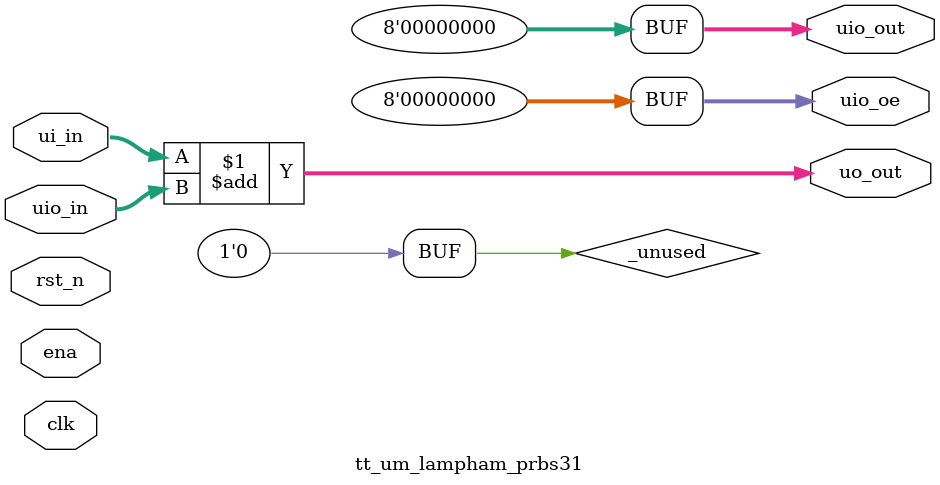
<source format=v>
/*
 * Copyright (c) 2024 Your Name
 * SPDX-License-Identifier: Apache-2.0
 */

`default_nettype none

module tt_um_lampham_prbs31 (
    input  wire [7:0] ui_in,    // Dedicated inputs
    output wire [7:0] uo_out,   // Dedicated outputs
    input  wire [7:0] uio_in,   // IOs: Input path
    output wire [7:0] uio_out,  // IOs: Output path
    output wire [7:0] uio_oe,   // IOs: Enable path (active high: 0=input, 1=output)
    input  wire       ena,      // always 1 when the design is powered, so you can ignore it
    input  wire       clk,      // clock
    input  wire       rst_n     // reset_n - low to reset
);

  // All output pins must be assigned. If not used, assign to 0.
  assign uo_out  = ui_in + uio_in;  // Example: ou_out is the sum of ui_in and uio_in
  assign uio_out = 0;
  assign uio_oe  = 0;

  // List all unused inputs to prevent warnings
  wire _unused = &{ena, clk, rst_n, 1'b0};

endmodule

</source>
